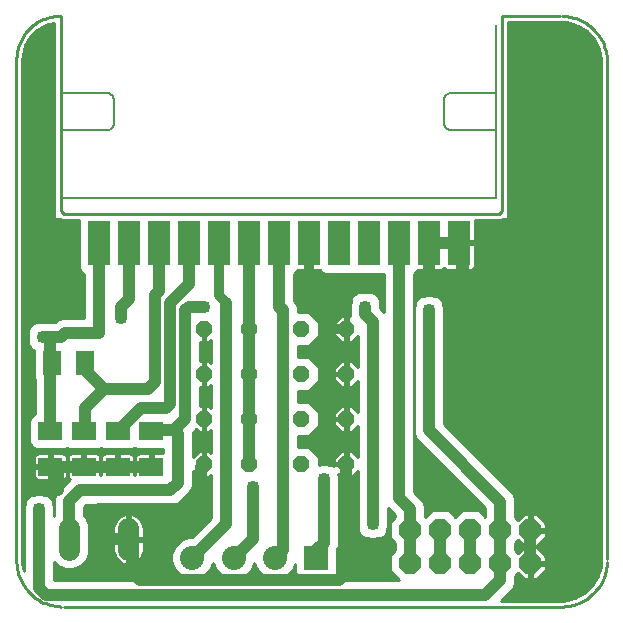
<source format=gtl>
G75*
G70*
%OFA0B0*%
%FSLAX24Y24*%
%IPPOS*%
%LPD*%
%AMOC8*
5,1,8,0,0,1.08239X$1,22.5*
%
%ADD10C,0.0100*%
%ADD11OC8,0.0560*%
%ADD12R,0.0630X0.0787*%
%ADD13C,0.0050*%
%ADD14R,0.0760X0.1500*%
%ADD15R,0.0787X0.0591*%
%ADD16R,0.0800X0.0800*%
%ADD17C,0.0800*%
%ADD18OC8,0.0740*%
%ADD19C,0.0705*%
%ADD20C,0.0400*%
%ADD21R,0.0356X0.0356*%
%ADD22C,0.0320*%
%ADD23C,0.0356*%
D10*
X001522Y002030D02*
X001473Y002263D01*
X001472Y002384D01*
X001472Y002448D01*
X001477Y002525D01*
X001472Y002530D01*
X001472Y018957D01*
X001473Y018958D01*
X001472Y019039D01*
X001472Y019042D01*
X001480Y019208D01*
X001563Y019532D01*
X001729Y019822D01*
X001965Y020058D01*
X002255Y020223D01*
X002527Y020293D01*
X002527Y013762D01*
X002721Y013762D01*
X002764Y013720D01*
X003342Y013720D01*
X003342Y012144D01*
X003388Y012034D01*
X003472Y011950D01*
X003522Y011929D01*
X003522Y010454D01*
X002798Y010454D01*
X002614Y010378D01*
X002565Y010329D01*
X002048Y010329D01*
X001995Y010307D01*
X001909Y010307D01*
X001799Y010262D01*
X001715Y010177D01*
X001669Y010067D01*
X001669Y009981D01*
X001647Y009929D01*
X001647Y009730D01*
X001669Y009677D01*
X001669Y009591D01*
X001715Y009481D01*
X001799Y009397D01*
X001856Y009373D01*
X001856Y008482D01*
X001897Y008383D01*
X001897Y007246D01*
X001833Y007219D01*
X001749Y007135D01*
X001703Y007025D01*
X001703Y006315D01*
X001749Y006204D01*
X001833Y006120D01*
X001944Y006074D01*
X002850Y006074D01*
X002960Y006120D01*
X003069Y006074D01*
X003975Y006074D01*
X004085Y006120D01*
X004194Y006074D01*
X005100Y006074D01*
X005210Y006120D01*
X005319Y006074D01*
X006147Y006074D01*
X006147Y005934D01*
X005822Y005934D01*
X005822Y005539D01*
X005722Y005539D01*
X005722Y005934D01*
X005359Y005934D01*
X005320Y005924D01*
X005286Y005904D01*
X005258Y005876D01*
X005239Y005842D01*
X005228Y005804D01*
X005228Y005539D01*
X005722Y005539D01*
X005722Y005439D01*
X005228Y005439D01*
X005228Y005204D01*
X005191Y005204D01*
X005191Y005439D01*
X004697Y005439D01*
X004697Y005539D01*
X004597Y005539D01*
X004597Y005934D01*
X004234Y005934D01*
X004195Y005924D01*
X004161Y005904D01*
X004133Y005876D01*
X004114Y005842D01*
X004103Y005804D01*
X004103Y005539D01*
X004597Y005539D01*
X004597Y005439D01*
X004103Y005439D01*
X004103Y005204D01*
X004066Y005204D01*
X004066Y005439D01*
X003572Y005439D01*
X003572Y005539D01*
X003472Y005539D01*
X003472Y005934D01*
X003109Y005934D01*
X003070Y005924D01*
X003036Y005904D01*
X003008Y005876D01*
X002989Y005842D01*
X002978Y005804D01*
X002978Y005539D01*
X003472Y005539D01*
X003472Y005439D01*
X002978Y005439D01*
X002978Y005174D01*
X002989Y005135D01*
X003008Y005101D01*
X003036Y005073D01*
X003051Y005065D01*
X002973Y004987D01*
X002614Y004628D01*
X002538Y004444D01*
X002538Y003854D01*
X002522Y003839D01*
X002522Y004179D01*
X002500Y004231D01*
X002500Y004317D01*
X002454Y004427D01*
X002370Y004512D01*
X002260Y004557D01*
X002174Y004557D01*
X002122Y004579D01*
X001923Y004579D01*
X001870Y004557D01*
X001784Y004557D01*
X001674Y004512D01*
X001590Y004427D01*
X001544Y004317D01*
X001544Y004231D01*
X001522Y004179D01*
X001522Y002030D01*
X001522Y002110D02*
X001505Y002110D01*
X001522Y002208D02*
X001484Y002208D01*
X001473Y002307D02*
X001522Y002307D01*
X001522Y002405D02*
X001472Y002405D01*
X001475Y002504D02*
X001522Y002504D01*
X001522Y002602D02*
X001472Y002602D01*
X001472Y002701D02*
X001522Y002701D01*
X001522Y002799D02*
X001472Y002799D01*
X001472Y002898D02*
X001522Y002898D01*
X001522Y002996D02*
X001472Y002996D01*
X001472Y003095D02*
X001522Y003095D01*
X001522Y003193D02*
X001472Y003193D01*
X001472Y003292D02*
X001522Y003292D01*
X001522Y003390D02*
X001472Y003390D01*
X001472Y003489D02*
X001522Y003489D01*
X001522Y003587D02*
X001472Y003587D01*
X001472Y003686D02*
X001522Y003686D01*
X001522Y003784D02*
X001472Y003784D01*
X001472Y003883D02*
X001522Y003883D01*
X001522Y003981D02*
X001472Y003981D01*
X001472Y004080D02*
X001522Y004080D01*
X001522Y004178D02*
X001472Y004178D01*
X001472Y004277D02*
X001544Y004277D01*
X001568Y004375D02*
X001472Y004375D01*
X001472Y004474D02*
X001636Y004474D01*
X001472Y004572D02*
X001906Y004572D01*
X002138Y004572D02*
X002591Y004572D01*
X002550Y004474D02*
X002408Y004474D01*
X002476Y004375D02*
X002538Y004375D01*
X002538Y004277D02*
X002500Y004277D01*
X002522Y004178D02*
X002538Y004178D01*
X002538Y004080D02*
X002522Y004080D01*
X002522Y003981D02*
X002538Y003981D01*
X002538Y003883D02*
X002522Y003883D01*
X002656Y004671D02*
X001472Y004671D01*
X001472Y004769D02*
X002755Y004769D01*
X002853Y004868D02*
X001472Y004868D01*
X001472Y004966D02*
X002952Y004966D01*
X002883Y005073D02*
X002911Y005101D01*
X002931Y005135D01*
X002941Y005174D01*
X002941Y005439D01*
X002447Y005439D01*
X002447Y005539D01*
X002347Y005539D01*
X002347Y005934D01*
X001984Y005934D01*
X001945Y005924D01*
X001911Y005904D01*
X001883Y005876D01*
X001864Y005842D01*
X001853Y005804D01*
X001853Y005539D01*
X002347Y005539D01*
X002347Y005439D01*
X001853Y005439D01*
X001853Y005174D01*
X001864Y005135D01*
X001883Y005101D01*
X001911Y005073D01*
X001945Y005054D01*
X001984Y005043D01*
X002347Y005043D01*
X002347Y005439D01*
X002447Y005439D01*
X002447Y005043D01*
X002810Y005043D01*
X002849Y005054D01*
X002883Y005073D01*
X002868Y005065D02*
X003050Y005065D01*
X002981Y005163D02*
X002938Y005163D01*
X002941Y005262D02*
X002978Y005262D01*
X002978Y005360D02*
X002941Y005360D01*
X002941Y005539D02*
X002941Y005804D01*
X002931Y005842D01*
X002911Y005876D01*
X002883Y005904D01*
X002849Y005924D01*
X002810Y005934D01*
X002447Y005934D01*
X002447Y005539D01*
X002941Y005539D01*
X002941Y005557D02*
X002978Y005557D01*
X002978Y005656D02*
X002941Y005656D01*
X002941Y005754D02*
X002978Y005754D01*
X002995Y005853D02*
X002924Y005853D01*
X002447Y005853D02*
X002347Y005853D01*
X002347Y005754D02*
X002447Y005754D01*
X002447Y005656D02*
X002347Y005656D01*
X002347Y005557D02*
X002447Y005557D01*
X002447Y005459D02*
X003472Y005459D01*
X003472Y005557D02*
X003572Y005557D01*
X003572Y005539D02*
X003572Y005934D01*
X003935Y005934D01*
X003974Y005924D01*
X004008Y005904D01*
X004036Y005876D01*
X004056Y005842D01*
X004066Y005804D01*
X004066Y005539D01*
X003572Y005539D01*
X003572Y005459D02*
X004597Y005459D01*
X004597Y005557D02*
X004697Y005557D01*
X004697Y005539D02*
X004697Y005934D01*
X005060Y005934D01*
X005099Y005924D01*
X005133Y005904D01*
X005161Y005876D01*
X005181Y005842D01*
X005191Y005804D01*
X005191Y005539D01*
X004697Y005539D01*
X004697Y005459D02*
X005722Y005459D01*
X005722Y005557D02*
X005822Y005557D01*
X005822Y005656D02*
X005722Y005656D01*
X005722Y005754D02*
X005822Y005754D01*
X005822Y005853D02*
X005722Y005853D01*
X006147Y005951D02*
X001472Y005951D01*
X001472Y005853D02*
X001870Y005853D01*
X001853Y005754D02*
X001472Y005754D01*
X001472Y005656D02*
X001853Y005656D01*
X001853Y005557D02*
X001472Y005557D01*
X001472Y005459D02*
X002347Y005459D01*
X002347Y005360D02*
X002447Y005360D01*
X002447Y005262D02*
X002347Y005262D01*
X002347Y005163D02*
X002447Y005163D01*
X002447Y005065D02*
X002347Y005065D01*
X001926Y005065D02*
X001472Y005065D01*
X001472Y005163D02*
X001856Y005163D01*
X001853Y005262D02*
X001472Y005262D01*
X001472Y005360D02*
X001853Y005360D01*
X001472Y006050D02*
X006147Y006050D01*
X005245Y005853D02*
X005174Y005853D01*
X005191Y005754D02*
X005228Y005754D01*
X005228Y005656D02*
X005191Y005656D01*
X005191Y005557D02*
X005228Y005557D01*
X005228Y005360D02*
X005191Y005360D01*
X005191Y005262D02*
X005228Y005262D01*
X004697Y005656D02*
X004597Y005656D01*
X004597Y005754D02*
X004697Y005754D01*
X004697Y005853D02*
X004597Y005853D01*
X004120Y005853D02*
X004049Y005853D01*
X004066Y005754D02*
X004103Y005754D01*
X004103Y005656D02*
X004066Y005656D01*
X004066Y005557D02*
X004103Y005557D01*
X004103Y005360D02*
X004066Y005360D01*
X004066Y005262D02*
X004103Y005262D01*
X003572Y005656D02*
X003472Y005656D01*
X003472Y005754D02*
X003572Y005754D01*
X003572Y005853D02*
X003472Y005853D01*
X003604Y004204D02*
X006497Y004204D01*
X006680Y004280D01*
X006930Y004530D01*
X007071Y004671D01*
X007147Y004855D01*
X007147Y005346D01*
X007344Y005149D01*
X007482Y005149D01*
X007482Y005539D01*
X007562Y005539D01*
X007562Y005149D01*
X007700Y005149D01*
X007772Y005221D01*
X007772Y003795D01*
X007131Y003154D01*
X006999Y003154D01*
X006742Y003048D01*
X006545Y002851D01*
X006438Y002593D01*
X006438Y002315D01*
X006545Y002058D01*
X006742Y001861D01*
X006999Y001754D01*
X007277Y001754D01*
X007535Y001861D01*
X007732Y002058D01*
X007827Y002288D01*
X007923Y002058D01*
X008120Y001861D01*
X008377Y001754D01*
X008655Y001754D01*
X008913Y001861D01*
X009110Y002058D01*
X009205Y002288D01*
X009301Y002058D01*
X009498Y001861D01*
X009755Y001754D01*
X010033Y001754D01*
X010291Y001861D01*
X010488Y002058D01*
X010572Y002262D01*
X010572Y001994D01*
X010618Y001884D01*
X010702Y001800D01*
X010812Y001754D01*
X011732Y001754D01*
X011842Y001800D01*
X011926Y001884D01*
X011972Y001994D01*
X011972Y002734D01*
X012022Y002855D01*
X012022Y005179D01*
X012000Y005231D01*
X012000Y005243D01*
X012094Y005149D01*
X012232Y005149D01*
X012232Y005539D01*
X012312Y005539D01*
X012312Y005149D01*
X012450Y005149D01*
X012647Y005346D01*
X012647Y003480D01*
X012669Y003427D01*
X012669Y003341D01*
X012715Y003231D01*
X012799Y003147D01*
X012909Y003101D01*
X012995Y003101D01*
X013048Y003079D01*
X013247Y003079D01*
X013299Y003101D01*
X013385Y003101D01*
X013495Y003147D01*
X013579Y003231D01*
X013625Y003341D01*
X013625Y003427D01*
X013647Y003480D01*
X013647Y004122D01*
X013897Y003872D01*
X013897Y003827D01*
X013727Y003657D01*
X013727Y003102D01*
X013897Y002932D01*
X013897Y002727D01*
X013727Y002557D01*
X013727Y002002D01*
X014025Y001704D01*
X002522Y001704D01*
X002522Y002320D01*
X002668Y002173D01*
X002908Y002074D01*
X003168Y002074D01*
X003407Y002173D01*
X003591Y002357D01*
X003690Y002597D01*
X003690Y003561D01*
X003591Y003801D01*
X003538Y003854D01*
X003538Y004138D01*
X003604Y004204D01*
X003578Y004178D02*
X007772Y004178D01*
X007772Y004080D02*
X003538Y004080D01*
X003538Y003981D02*
X007772Y003981D01*
X007772Y003883D02*
X005228Y003883D01*
X005199Y003897D02*
X005124Y003922D01*
X005056Y003932D01*
X005056Y003129D01*
X004956Y003129D01*
X004956Y003029D01*
X004504Y003029D01*
X004504Y002687D01*
X004516Y002609D01*
X004541Y002534D01*
X004577Y002463D01*
X004623Y002399D01*
X004679Y002343D01*
X004743Y002297D01*
X004813Y002261D01*
X004889Y002237D01*
X004956Y002226D01*
X004956Y003029D01*
X005056Y003029D01*
X005056Y002226D01*
X005124Y002237D01*
X005199Y002261D01*
X005270Y002297D01*
X005334Y002343D01*
X005390Y002399D01*
X005436Y002463D01*
X005472Y002534D01*
X005496Y002609D01*
X005509Y002687D01*
X005509Y003029D01*
X005056Y003029D01*
X005056Y003129D01*
X005509Y003129D01*
X005509Y003471D01*
X005496Y003549D01*
X005472Y003625D01*
X005436Y003695D01*
X005390Y003759D01*
X005334Y003815D01*
X005270Y003861D01*
X005199Y003897D01*
X005056Y003883D02*
X004956Y003883D01*
X004956Y003932D02*
X004889Y003922D01*
X004813Y003897D01*
X004743Y003861D01*
X004679Y003815D01*
X004623Y003759D01*
X004577Y003695D01*
X004541Y003625D01*
X004516Y003549D01*
X004504Y003471D01*
X004504Y003129D01*
X004956Y003129D01*
X004956Y003932D01*
X004956Y003784D02*
X005056Y003784D01*
X005056Y003686D02*
X004956Y003686D01*
X004956Y003587D02*
X005056Y003587D01*
X005056Y003489D02*
X004956Y003489D01*
X004956Y003390D02*
X005056Y003390D01*
X005056Y003292D02*
X004956Y003292D01*
X004956Y003193D02*
X005056Y003193D01*
X005056Y003095D02*
X006855Y003095D01*
X006690Y002996D02*
X005509Y002996D01*
X005509Y002898D02*
X006592Y002898D01*
X006523Y002799D02*
X005509Y002799D01*
X005509Y002701D02*
X006483Y002701D01*
X006442Y002602D02*
X005494Y002602D01*
X005457Y002504D02*
X006438Y002504D01*
X006438Y002405D02*
X005394Y002405D01*
X005283Y002307D02*
X006442Y002307D01*
X006482Y002208D02*
X003442Y002208D01*
X003541Y002307D02*
X004729Y002307D01*
X004619Y002405D02*
X003611Y002405D01*
X003652Y002504D02*
X004556Y002504D01*
X004518Y002602D02*
X003690Y002602D01*
X003690Y002701D02*
X004504Y002701D01*
X004504Y002799D02*
X003690Y002799D01*
X003690Y002898D02*
X004504Y002898D01*
X004504Y002996D02*
X003690Y002996D01*
X003690Y003095D02*
X004956Y003095D01*
X004956Y002996D02*
X005056Y002996D01*
X005056Y002898D02*
X004956Y002898D01*
X004956Y002799D02*
X005056Y002799D01*
X005056Y002701D02*
X004956Y002701D01*
X004956Y002602D02*
X005056Y002602D01*
X005056Y002504D02*
X004956Y002504D01*
X004956Y002405D02*
X005056Y002405D01*
X005056Y002307D02*
X004956Y002307D01*
X004504Y003193D02*
X003690Y003193D01*
X003690Y003292D02*
X004504Y003292D01*
X004504Y003390D02*
X003690Y003390D01*
X003690Y003489D02*
X004507Y003489D01*
X004528Y003587D02*
X003680Y003587D01*
X003639Y003686D02*
X004572Y003686D01*
X004648Y003784D02*
X003598Y003784D01*
X003538Y003883D02*
X004785Y003883D01*
X005364Y003784D02*
X007761Y003784D01*
X007663Y003686D02*
X005441Y003686D01*
X005484Y003587D02*
X007564Y003587D01*
X007466Y003489D02*
X005506Y003489D01*
X005509Y003390D02*
X007367Y003390D01*
X007269Y003292D02*
X005509Y003292D01*
X005509Y003193D02*
X007170Y003193D01*
X007794Y002208D02*
X007860Y002208D01*
X007901Y002110D02*
X007753Y002110D01*
X007685Y002011D02*
X007969Y002011D01*
X008068Y001913D02*
X007587Y001913D01*
X007422Y001814D02*
X008232Y001814D01*
X008800Y001814D02*
X009610Y001814D01*
X009446Y001913D02*
X008965Y001913D01*
X009063Y002011D02*
X009347Y002011D01*
X009279Y002110D02*
X009131Y002110D01*
X009172Y002208D02*
X009238Y002208D01*
X010178Y001814D02*
X010688Y001814D01*
X010606Y001913D02*
X010343Y001913D01*
X010441Y002011D02*
X010572Y002011D01*
X010572Y002110D02*
X010509Y002110D01*
X010550Y002208D02*
X010572Y002208D01*
X011856Y001814D02*
X013915Y001814D01*
X014013Y001716D02*
X002522Y001716D01*
X002522Y001814D02*
X006854Y001814D01*
X006690Y001913D02*
X002522Y001913D01*
X002522Y002011D02*
X006591Y002011D01*
X006523Y002110D02*
X003253Y002110D01*
X002822Y002110D02*
X002522Y002110D01*
X002522Y002208D02*
X002634Y002208D01*
X002535Y002307D02*
X002522Y002307D01*
X001272Y002454D02*
X001269Y002377D01*
X001270Y002300D01*
X001275Y002223D01*
X001284Y002146D01*
X001297Y002070D01*
X001313Y001995D01*
X001334Y001920D01*
X001358Y001847D01*
X001386Y001775D01*
X001417Y001704D01*
X001452Y001635D01*
X001490Y001568D01*
X001532Y001503D01*
X001576Y001440D01*
X001624Y001380D01*
X001675Y001322D01*
X001729Y001266D01*
X001786Y001214D01*
X001845Y001164D01*
X001906Y001118D01*
X001970Y001074D01*
X002036Y001034D01*
X002104Y000997D01*
X002173Y000964D01*
X002244Y000934D01*
X002317Y000907D01*
X002391Y000885D01*
X002466Y000866D01*
X002541Y000851D01*
X002618Y000840D01*
X002695Y000833D01*
X002772Y000829D01*
X002847Y000829D02*
X019332Y000829D01*
X019382Y000829D01*
X019402Y001029D02*
X019338Y001029D01*
X019262Y001034D01*
X019256Y001029D01*
X017429Y001029D01*
X017821Y001421D01*
X017897Y001605D01*
X017897Y001804D01*
X017897Y001832D01*
X018003Y001938D01*
X018182Y001759D01*
X018347Y001759D01*
X018347Y002229D01*
X018447Y002229D01*
X018447Y001759D01*
X018612Y001759D01*
X018917Y002064D01*
X018917Y002229D01*
X018447Y002229D01*
X018447Y002329D01*
X018917Y002329D01*
X018917Y002495D01*
X018612Y002799D01*
X018447Y002799D01*
X018447Y002329D01*
X018347Y002329D01*
X018347Y002799D01*
X018182Y002799D01*
X018003Y002621D01*
X017897Y002727D01*
X017897Y002932D01*
X018003Y003038D01*
X018182Y002859D01*
X018347Y002859D01*
X018347Y003329D01*
X018447Y003329D01*
X018447Y002859D01*
X018612Y002859D01*
X018917Y003164D01*
X018917Y003329D01*
X018447Y003329D01*
X018447Y003429D01*
X018917Y003429D01*
X018917Y003595D01*
X018612Y003899D01*
X018447Y003899D01*
X018447Y003429D01*
X018347Y003429D01*
X018347Y003899D01*
X018182Y003899D01*
X018003Y003721D01*
X017897Y003827D01*
X017897Y004429D01*
X017821Y004612D01*
X017680Y004753D01*
X015522Y006911D01*
X015522Y010804D01*
X015500Y010856D01*
X015500Y010942D01*
X015454Y011052D01*
X015370Y011137D01*
X015260Y011182D01*
X015174Y011182D01*
X015122Y011204D01*
X014923Y011204D01*
X014870Y011182D01*
X014784Y011182D01*
X014674Y011137D01*
X014590Y011052D01*
X014544Y010942D01*
X014544Y010856D01*
X014522Y010804D01*
X014522Y006605D01*
X014598Y006421D01*
X016897Y004122D01*
X016897Y003827D01*
X016675Y004049D01*
X016120Y004049D01*
X015897Y003827D01*
X015675Y004049D01*
X015120Y004049D01*
X014897Y003827D01*
X014897Y004179D01*
X014821Y004362D01*
X014522Y004661D01*
X014522Y011929D01*
X014572Y011950D01*
X014656Y012034D01*
X014665Y012054D01*
X014972Y012054D01*
X014972Y012904D01*
X015072Y012904D01*
X015072Y012054D01*
X015422Y012054D01*
X015460Y012064D01*
X015494Y012084D01*
X015522Y012112D01*
X015550Y012084D01*
X015584Y012064D01*
X015622Y012054D01*
X015972Y012054D01*
X015972Y012904D01*
X016072Y012904D01*
X016072Y012054D01*
X016422Y012054D01*
X016460Y012064D01*
X016494Y012084D01*
X016522Y012112D01*
X016542Y012146D01*
X016552Y012184D01*
X016552Y012904D01*
X016072Y012904D01*
X016072Y013004D01*
X016552Y013004D01*
X016552Y013720D01*
X017447Y013720D01*
X017490Y013762D01*
X017645Y013762D01*
X017645Y013917D01*
X017663Y013935D01*
X017663Y020314D01*
X019454Y020314D01*
X019631Y020299D01*
X019974Y020197D01*
X020277Y020009D01*
X020519Y019747D01*
X020683Y019429D01*
X020756Y019080D01*
X020757Y018959D01*
X020757Y018895D01*
X020752Y018819D01*
X020757Y018813D01*
X020757Y002333D01*
X020742Y002155D01*
X020640Y001813D01*
X020452Y001509D01*
X020189Y001267D01*
X019872Y001104D01*
X019523Y001030D01*
X019402Y001029D01*
X019913Y001125D02*
X017525Y001125D01*
X017623Y001223D02*
X020104Y001223D01*
X020248Y001322D02*
X017722Y001322D01*
X017820Y001420D02*
X020355Y001420D01*
X020457Y001519D02*
X017861Y001519D01*
X017897Y001617D02*
X020519Y001617D01*
X020580Y001716D02*
X017897Y001716D01*
X017897Y001814D02*
X018127Y001814D01*
X018028Y001913D02*
X017978Y001913D01*
X018347Y001913D02*
X018447Y001913D01*
X018447Y002011D02*
X018347Y002011D01*
X018347Y002110D02*
X018447Y002110D01*
X018447Y002208D02*
X018347Y002208D01*
X018447Y002307D02*
X020755Y002307D01*
X020757Y002405D02*
X018917Y002405D01*
X018908Y002504D02*
X020757Y002504D01*
X020757Y002602D02*
X018809Y002602D01*
X018711Y002701D02*
X020757Y002701D01*
X020757Y002799D02*
X017897Y002799D01*
X017897Y002898D02*
X018143Y002898D01*
X018045Y002996D02*
X017962Y002996D01*
X017923Y002701D02*
X018083Y002701D01*
X018347Y002701D02*
X018447Y002701D01*
X018447Y002602D02*
X018347Y002602D01*
X018347Y002504D02*
X018447Y002504D01*
X018447Y002405D02*
X018347Y002405D01*
X018347Y001814D02*
X018447Y001814D01*
X018667Y001814D02*
X020641Y001814D01*
X020670Y001913D02*
X018766Y001913D01*
X018864Y002011D02*
X020699Y002011D01*
X020728Y002110D02*
X018917Y002110D01*
X018917Y002208D02*
X020746Y002208D01*
X020957Y002404D02*
X020957Y018889D01*
X020957Y018939D01*
X020757Y018953D02*
X017663Y018953D01*
X017663Y018855D02*
X020755Y018855D01*
X020757Y018756D02*
X017663Y018756D01*
X017663Y018658D02*
X020757Y018658D01*
X020757Y018559D02*
X017663Y018559D01*
X017663Y018461D02*
X020757Y018461D01*
X020757Y018362D02*
X017663Y018362D01*
X017663Y018264D02*
X020757Y018264D01*
X020757Y018165D02*
X017663Y018165D01*
X017663Y018067D02*
X020757Y018067D01*
X020757Y017968D02*
X017663Y017968D01*
X017663Y017870D02*
X020757Y017870D01*
X020757Y017771D02*
X017663Y017771D01*
X017663Y017673D02*
X020757Y017673D01*
X020757Y017574D02*
X017663Y017574D01*
X017663Y017476D02*
X020757Y017476D01*
X020757Y017377D02*
X017663Y017377D01*
X017663Y017279D02*
X020757Y017279D01*
X020757Y017180D02*
X017663Y017180D01*
X017663Y017082D02*
X020757Y017082D01*
X020757Y016983D02*
X017663Y016983D01*
X017663Y016885D02*
X020757Y016885D01*
X020757Y016786D02*
X017663Y016786D01*
X017663Y016688D02*
X020757Y016688D01*
X020757Y016589D02*
X017663Y016589D01*
X017663Y016491D02*
X020757Y016491D01*
X020757Y016392D02*
X017663Y016392D01*
X017663Y016294D02*
X020757Y016294D01*
X020757Y016195D02*
X017663Y016195D01*
X017663Y016097D02*
X020757Y016097D01*
X020757Y015998D02*
X017663Y015998D01*
X017663Y015900D02*
X020757Y015900D01*
X020757Y015801D02*
X017663Y015801D01*
X017663Y015703D02*
X020757Y015703D01*
X020757Y015604D02*
X017663Y015604D01*
X017663Y015506D02*
X020757Y015506D01*
X020757Y015407D02*
X017663Y015407D01*
X017663Y015309D02*
X020757Y015309D01*
X020757Y015210D02*
X017663Y015210D01*
X017663Y015112D02*
X020757Y015112D01*
X020757Y015013D02*
X017663Y015013D01*
X017663Y014915D02*
X020757Y014915D01*
X020757Y014816D02*
X017663Y014816D01*
X017663Y014718D02*
X020757Y014718D01*
X020757Y014619D02*
X017663Y014619D01*
X017663Y014521D02*
X020757Y014521D01*
X020757Y014422D02*
X017663Y014422D01*
X017663Y014324D02*
X020757Y014324D01*
X020757Y014225D02*
X017663Y014225D01*
X017663Y014127D02*
X020757Y014127D01*
X020757Y014028D02*
X017663Y014028D01*
X017657Y013930D02*
X020757Y013930D01*
X020757Y013831D02*
X017645Y013831D01*
X017460Y013733D02*
X020757Y013733D01*
X020757Y013634D02*
X016552Y013634D01*
X016552Y013536D02*
X020757Y013536D01*
X020757Y013437D02*
X016552Y013437D01*
X016552Y013339D02*
X020757Y013339D01*
X020757Y013240D02*
X016552Y013240D01*
X016552Y013142D02*
X020757Y013142D01*
X020757Y013043D02*
X016552Y013043D01*
X016552Y012846D02*
X020757Y012846D01*
X020757Y012748D02*
X016552Y012748D01*
X016552Y012649D02*
X020757Y012649D01*
X020757Y012551D02*
X016552Y012551D01*
X016552Y012452D02*
X020757Y012452D01*
X020757Y012354D02*
X016552Y012354D01*
X016552Y012255D02*
X020757Y012255D01*
X020757Y012157D02*
X016545Y012157D01*
X016437Y012058D02*
X020757Y012058D01*
X020757Y011960D02*
X014582Y011960D01*
X014522Y011861D02*
X020757Y011861D01*
X020757Y011763D02*
X014522Y011763D01*
X014522Y011664D02*
X020757Y011664D01*
X020757Y011566D02*
X014522Y011566D01*
X014522Y011467D02*
X020757Y011467D01*
X020757Y011369D02*
X014522Y011369D01*
X014522Y011270D02*
X020757Y011270D01*
X020757Y011172D02*
X015285Y011172D01*
X015434Y011073D02*
X020757Y011073D01*
X020757Y010975D02*
X015487Y010975D01*
X015500Y010876D02*
X020757Y010876D01*
X020757Y010778D02*
X015522Y010778D01*
X015522Y010679D02*
X020757Y010679D01*
X020757Y010581D02*
X015522Y010581D01*
X015522Y010482D02*
X020757Y010482D01*
X020757Y010384D02*
X015522Y010384D01*
X015522Y010285D02*
X020757Y010285D01*
X020757Y010187D02*
X015522Y010187D01*
X015522Y010088D02*
X020757Y010088D01*
X020757Y009990D02*
X015522Y009990D01*
X015522Y009891D02*
X020757Y009891D01*
X020757Y009793D02*
X015522Y009793D01*
X015522Y009694D02*
X020757Y009694D01*
X020757Y009596D02*
X015522Y009596D01*
X015522Y009497D02*
X020757Y009497D01*
X020757Y009399D02*
X015522Y009399D01*
X015522Y009300D02*
X020757Y009300D01*
X020757Y009202D02*
X015522Y009202D01*
X015522Y009103D02*
X020757Y009103D01*
X020757Y009005D02*
X015522Y009005D01*
X015522Y008906D02*
X020757Y008906D01*
X020757Y008808D02*
X015522Y008808D01*
X015522Y008709D02*
X020757Y008709D01*
X020757Y008611D02*
X015522Y008611D01*
X015522Y008512D02*
X020757Y008512D01*
X020757Y008414D02*
X015522Y008414D01*
X015522Y008315D02*
X020757Y008315D01*
X020757Y008217D02*
X015522Y008217D01*
X015522Y008118D02*
X020757Y008118D01*
X020757Y008020D02*
X015522Y008020D01*
X015522Y007921D02*
X020757Y007921D01*
X020757Y007823D02*
X015522Y007823D01*
X015522Y007724D02*
X020757Y007724D01*
X020757Y007626D02*
X015522Y007626D01*
X015522Y007527D02*
X020757Y007527D01*
X020757Y007429D02*
X015522Y007429D01*
X015522Y007330D02*
X020757Y007330D01*
X020757Y007232D02*
X015522Y007232D01*
X015522Y007133D02*
X020757Y007133D01*
X020757Y007035D02*
X015522Y007035D01*
X015522Y006936D02*
X020757Y006936D01*
X020757Y006838D02*
X015596Y006838D01*
X015694Y006739D02*
X020757Y006739D01*
X020757Y006641D02*
X015793Y006641D01*
X015891Y006542D02*
X020757Y006542D01*
X020757Y006444D02*
X015990Y006444D01*
X016088Y006345D02*
X020757Y006345D01*
X020757Y006247D02*
X016187Y006247D01*
X016285Y006148D02*
X020757Y006148D01*
X020757Y006050D02*
X016384Y006050D01*
X016482Y005951D02*
X020757Y005951D01*
X020757Y005853D02*
X016581Y005853D01*
X016679Y005754D02*
X020757Y005754D01*
X020757Y005656D02*
X016778Y005656D01*
X016876Y005557D02*
X020757Y005557D01*
X020757Y005459D02*
X016975Y005459D01*
X017073Y005360D02*
X020757Y005360D01*
X020757Y005262D02*
X017172Y005262D01*
X017270Y005163D02*
X020757Y005163D01*
X020757Y005065D02*
X017369Y005065D01*
X017467Y004966D02*
X020757Y004966D01*
X020757Y004868D02*
X017566Y004868D01*
X017664Y004769D02*
X020757Y004769D01*
X020757Y004671D02*
X017763Y004671D01*
X017838Y004572D02*
X020757Y004572D01*
X020757Y004474D02*
X017878Y004474D01*
X017897Y004375D02*
X020757Y004375D01*
X020757Y004277D02*
X017897Y004277D01*
X017897Y004178D02*
X020757Y004178D01*
X020757Y004080D02*
X017897Y004080D01*
X017897Y003981D02*
X020757Y003981D01*
X020757Y003883D02*
X018629Y003883D01*
X018727Y003784D02*
X020757Y003784D01*
X020757Y003686D02*
X018826Y003686D01*
X018917Y003587D02*
X020757Y003587D01*
X020757Y003489D02*
X018917Y003489D01*
X018917Y003292D02*
X020757Y003292D01*
X020757Y003390D02*
X018447Y003390D01*
X018447Y003292D02*
X018347Y003292D01*
X018347Y003193D02*
X018447Y003193D01*
X018447Y003095D02*
X018347Y003095D01*
X018347Y002996D02*
X018447Y002996D01*
X018447Y002898D02*
X018347Y002898D01*
X018651Y002898D02*
X020757Y002898D01*
X020757Y002996D02*
X018749Y002996D01*
X018848Y003095D02*
X020757Y003095D01*
X020757Y003193D02*
X018917Y003193D01*
X018447Y003489D02*
X018347Y003489D01*
X018347Y003587D02*
X018447Y003587D01*
X018447Y003686D02*
X018347Y003686D01*
X018347Y003784D02*
X018447Y003784D01*
X018447Y003883D02*
X018347Y003883D01*
X018165Y003883D02*
X017897Y003883D01*
X017940Y003784D02*
X018067Y003784D01*
X016897Y003883D02*
X016841Y003883D01*
X016897Y003981D02*
X016743Y003981D01*
X016897Y004080D02*
X014897Y004080D01*
X014897Y004178D02*
X016841Y004178D01*
X016742Y004277D02*
X014856Y004277D01*
X014808Y004375D02*
X016644Y004375D01*
X016545Y004474D02*
X014710Y004474D01*
X014611Y004572D02*
X016447Y004572D01*
X016348Y004671D02*
X014522Y004671D01*
X014522Y004769D02*
X016250Y004769D01*
X016151Y004868D02*
X014522Y004868D01*
X014522Y004966D02*
X016053Y004966D01*
X015954Y005065D02*
X014522Y005065D01*
X014522Y005163D02*
X015856Y005163D01*
X015757Y005262D02*
X014522Y005262D01*
X014522Y005360D02*
X015659Y005360D01*
X015560Y005459D02*
X014522Y005459D01*
X014522Y005557D02*
X015462Y005557D01*
X015363Y005656D02*
X014522Y005656D01*
X014522Y005754D02*
X015265Y005754D01*
X015166Y005853D02*
X014522Y005853D01*
X014522Y005951D02*
X015068Y005951D01*
X014969Y006050D02*
X014522Y006050D01*
X014522Y006148D02*
X014871Y006148D01*
X014772Y006247D02*
X014522Y006247D01*
X014522Y006345D02*
X014674Y006345D01*
X014589Y006444D02*
X014522Y006444D01*
X014522Y006542D02*
X014548Y006542D01*
X014522Y006641D02*
X014522Y006641D01*
X014522Y006739D02*
X014522Y006739D01*
X014522Y006838D02*
X014522Y006838D01*
X014522Y006936D02*
X014522Y006936D01*
X014522Y007035D02*
X014522Y007035D01*
X014522Y007133D02*
X014522Y007133D01*
X014522Y007232D02*
X014522Y007232D01*
X014522Y007330D02*
X014522Y007330D01*
X014522Y007429D02*
X014522Y007429D01*
X014522Y007527D02*
X014522Y007527D01*
X014522Y007626D02*
X014522Y007626D01*
X014522Y007724D02*
X014522Y007724D01*
X014522Y007823D02*
X014522Y007823D01*
X014522Y007921D02*
X014522Y007921D01*
X014522Y008020D02*
X014522Y008020D01*
X014522Y008118D02*
X014522Y008118D01*
X014522Y008217D02*
X014522Y008217D01*
X014522Y008315D02*
X014522Y008315D01*
X014522Y008414D02*
X014522Y008414D01*
X014522Y008512D02*
X014522Y008512D01*
X014522Y008611D02*
X014522Y008611D01*
X014522Y008709D02*
X014522Y008709D01*
X014522Y008808D02*
X014522Y008808D01*
X014522Y008906D02*
X014522Y008906D01*
X014522Y009005D02*
X014522Y009005D01*
X014522Y009103D02*
X014522Y009103D01*
X014522Y009202D02*
X014522Y009202D01*
X014522Y009300D02*
X014522Y009300D01*
X014522Y009399D02*
X014522Y009399D01*
X014522Y009497D02*
X014522Y009497D01*
X014522Y009596D02*
X014522Y009596D01*
X014522Y009694D02*
X014522Y009694D01*
X014522Y009793D02*
X014522Y009793D01*
X014522Y009891D02*
X014522Y009891D01*
X014522Y009990D02*
X014522Y009990D01*
X014522Y010088D02*
X014522Y010088D01*
X014522Y010187D02*
X014522Y010187D01*
X014522Y010285D02*
X014522Y010285D01*
X014522Y010384D02*
X014522Y010384D01*
X014522Y010482D02*
X014522Y010482D01*
X014522Y010581D02*
X014522Y010581D01*
X014522Y010679D02*
X014522Y010679D01*
X014522Y010778D02*
X014522Y010778D01*
X014522Y010876D02*
X014544Y010876D01*
X014557Y010975D02*
X014522Y010975D01*
X014522Y011073D02*
X014611Y011073D01*
X014522Y011172D02*
X014759Y011172D01*
X014972Y012058D02*
X015072Y012058D01*
X015072Y012157D02*
X014972Y012157D01*
X014972Y012255D02*
X015072Y012255D01*
X015072Y012354D02*
X014972Y012354D01*
X014972Y012452D02*
X015072Y012452D01*
X015072Y012551D02*
X014972Y012551D01*
X014972Y012649D02*
X015072Y012649D01*
X015072Y012748D02*
X014972Y012748D01*
X014972Y012846D02*
X015072Y012846D01*
X015072Y012904D02*
X015072Y013004D01*
X015972Y013004D01*
X015972Y012904D01*
X015492Y012904D01*
X015072Y012904D01*
X015072Y012945D02*
X015972Y012945D01*
X015972Y012846D02*
X016072Y012846D01*
X016072Y012748D02*
X015972Y012748D01*
X015972Y012649D02*
X016072Y012649D01*
X016072Y012551D02*
X015972Y012551D01*
X015972Y012452D02*
X016072Y012452D01*
X016072Y012354D02*
X015972Y012354D01*
X015972Y012255D02*
X016072Y012255D01*
X016072Y012157D02*
X015972Y012157D01*
X015972Y012058D02*
X016072Y012058D01*
X015607Y012058D02*
X015437Y012058D01*
X016072Y012945D02*
X020757Y012945D01*
X017463Y014018D02*
X017463Y020514D01*
X019382Y020514D01*
X019851Y020234D02*
X017663Y020234D01*
X017663Y020135D02*
X020074Y020135D01*
X020232Y020037D02*
X017663Y020037D01*
X017663Y019938D02*
X020342Y019938D01*
X020433Y019840D02*
X017663Y019840D01*
X017663Y019741D02*
X020522Y019741D01*
X020573Y019643D02*
X017663Y019643D01*
X017663Y019544D02*
X020623Y019544D01*
X020674Y019446D02*
X017663Y019446D01*
X017663Y019347D02*
X020700Y019347D01*
X020721Y019249D02*
X017663Y019249D01*
X017663Y019150D02*
X020742Y019150D01*
X020756Y019052D02*
X017663Y019052D01*
X019457Y020514D02*
X019534Y020510D01*
X019611Y020503D01*
X019688Y020492D01*
X019763Y020477D01*
X019838Y020458D01*
X019912Y020436D01*
X019985Y020409D01*
X020056Y020379D01*
X020125Y020346D01*
X020193Y020309D01*
X020259Y020269D01*
X020323Y020225D01*
X020384Y020179D01*
X020443Y020129D01*
X020500Y020077D01*
X020554Y020021D01*
X020605Y019963D01*
X020653Y019903D01*
X020697Y019840D01*
X020739Y019775D01*
X020777Y019708D01*
X020812Y019639D01*
X020843Y019568D01*
X020871Y019496D01*
X020895Y019423D01*
X020916Y019348D01*
X020932Y019273D01*
X020945Y019197D01*
X020954Y019120D01*
X020959Y019043D01*
X020960Y018966D01*
X020957Y018889D01*
X017463Y014018D02*
X017365Y013920D01*
X002847Y013920D01*
X002748Y014018D01*
X002748Y020514D01*
X002527Y020234D02*
X002296Y020234D01*
X002101Y020135D02*
X002527Y020135D01*
X002527Y020037D02*
X001944Y020037D01*
X001845Y019938D02*
X002527Y019938D01*
X002527Y019840D02*
X001747Y019840D01*
X001683Y019741D02*
X002527Y019741D01*
X002527Y019643D02*
X001627Y019643D01*
X001570Y019544D02*
X002527Y019544D01*
X002527Y019446D02*
X001541Y019446D01*
X001516Y019347D02*
X002527Y019347D01*
X002527Y019249D02*
X001491Y019249D01*
X001477Y019150D02*
X002527Y019150D01*
X002527Y019052D02*
X001473Y019052D01*
X001472Y018953D02*
X002527Y018953D01*
X002527Y018855D02*
X001472Y018855D01*
X001472Y018756D02*
X002527Y018756D01*
X002527Y018658D02*
X001472Y018658D01*
X001472Y018559D02*
X002527Y018559D01*
X002527Y018461D02*
X001472Y018461D01*
X001472Y018362D02*
X002527Y018362D01*
X002527Y018264D02*
X001472Y018264D01*
X001472Y018165D02*
X002527Y018165D01*
X002527Y018067D02*
X001472Y018067D01*
X001472Y017968D02*
X002527Y017968D01*
X002527Y017870D02*
X001472Y017870D01*
X001472Y017771D02*
X002527Y017771D01*
X002527Y017673D02*
X001472Y017673D01*
X001472Y017574D02*
X002527Y017574D01*
X002527Y017476D02*
X001472Y017476D01*
X001472Y017377D02*
X002527Y017377D01*
X002527Y017279D02*
X001472Y017279D01*
X001472Y017180D02*
X002527Y017180D01*
X002527Y017082D02*
X001472Y017082D01*
X001472Y016983D02*
X002527Y016983D01*
X002527Y016885D02*
X001472Y016885D01*
X001472Y016786D02*
X002527Y016786D01*
X002527Y016688D02*
X001472Y016688D01*
X001472Y016589D02*
X002527Y016589D01*
X002527Y016491D02*
X001472Y016491D01*
X001472Y016392D02*
X002527Y016392D01*
X002527Y016294D02*
X001472Y016294D01*
X001472Y016195D02*
X002527Y016195D01*
X002527Y016097D02*
X001472Y016097D01*
X001472Y015998D02*
X002527Y015998D01*
X002527Y015900D02*
X001472Y015900D01*
X001472Y015801D02*
X002527Y015801D01*
X002527Y015703D02*
X001472Y015703D01*
X001472Y015604D02*
X002527Y015604D01*
X002527Y015506D02*
X001472Y015506D01*
X001472Y015407D02*
X002527Y015407D01*
X002527Y015309D02*
X001472Y015309D01*
X001472Y015210D02*
X002527Y015210D01*
X002527Y015112D02*
X001472Y015112D01*
X001472Y015013D02*
X002527Y015013D01*
X002527Y014915D02*
X001472Y014915D01*
X001472Y014816D02*
X002527Y014816D01*
X002527Y014718D02*
X001472Y014718D01*
X001472Y014619D02*
X002527Y014619D01*
X002527Y014521D02*
X001472Y014521D01*
X001472Y014422D02*
X002527Y014422D01*
X002527Y014324D02*
X001472Y014324D01*
X001472Y014225D02*
X002527Y014225D01*
X002527Y014127D02*
X001472Y014127D01*
X001472Y014028D02*
X002527Y014028D01*
X002527Y013930D02*
X001472Y013930D01*
X001472Y013831D02*
X002527Y013831D01*
X002751Y013733D02*
X001472Y013733D01*
X001472Y013634D02*
X003342Y013634D01*
X003342Y013536D02*
X001472Y013536D01*
X001472Y013437D02*
X003342Y013437D01*
X003342Y013339D02*
X001472Y013339D01*
X001472Y013240D02*
X003342Y013240D01*
X003342Y013142D02*
X001472Y013142D01*
X001472Y013043D02*
X003342Y013043D01*
X003342Y012945D02*
X001472Y012945D01*
X001472Y012846D02*
X003342Y012846D01*
X003342Y012748D02*
X001472Y012748D01*
X001472Y012649D02*
X003342Y012649D01*
X003342Y012551D02*
X001472Y012551D01*
X001472Y012452D02*
X003342Y012452D01*
X003342Y012354D02*
X001472Y012354D01*
X001472Y012255D02*
X003342Y012255D01*
X003342Y012157D02*
X001472Y012157D01*
X001472Y012058D02*
X003378Y012058D01*
X003462Y011960D02*
X001472Y011960D01*
X001472Y011861D02*
X003522Y011861D01*
X003522Y011763D02*
X001472Y011763D01*
X001472Y011664D02*
X003522Y011664D01*
X003522Y011566D02*
X001472Y011566D01*
X001472Y011467D02*
X003522Y011467D01*
X003522Y011369D02*
X001472Y011369D01*
X001472Y011270D02*
X003522Y011270D01*
X003522Y011172D02*
X001472Y011172D01*
X001472Y011073D02*
X003522Y011073D01*
X003522Y010975D02*
X001472Y010975D01*
X001472Y010876D02*
X003522Y010876D01*
X003522Y010778D02*
X001472Y010778D01*
X001472Y010679D02*
X003522Y010679D01*
X003522Y010581D02*
X001472Y010581D01*
X001472Y010482D02*
X003522Y010482D01*
X002627Y010384D02*
X001472Y010384D01*
X001472Y010285D02*
X001856Y010285D01*
X001724Y010187D02*
X001472Y010187D01*
X001472Y010088D02*
X001678Y010088D01*
X001669Y009990D02*
X001472Y009990D01*
X001472Y009891D02*
X001647Y009891D01*
X001647Y009793D02*
X001472Y009793D01*
X001472Y009694D02*
X001662Y009694D01*
X001669Y009596D02*
X001472Y009596D01*
X001472Y009497D02*
X001708Y009497D01*
X001797Y009399D02*
X001472Y009399D01*
X001472Y009300D02*
X001856Y009300D01*
X001856Y009202D02*
X001472Y009202D01*
X001472Y009103D02*
X001856Y009103D01*
X001856Y009005D02*
X001472Y009005D01*
X001472Y008906D02*
X001856Y008906D01*
X001856Y008808D02*
X001472Y008808D01*
X001472Y008709D02*
X001856Y008709D01*
X001856Y008611D02*
X001472Y008611D01*
X001472Y008512D02*
X001856Y008512D01*
X001884Y008414D02*
X001472Y008414D01*
X001472Y008315D02*
X001897Y008315D01*
X001897Y008217D02*
X001472Y008217D01*
X001472Y008118D02*
X001897Y008118D01*
X001897Y008020D02*
X001472Y008020D01*
X001472Y007921D02*
X001897Y007921D01*
X001897Y007823D02*
X001472Y007823D01*
X001472Y007724D02*
X001897Y007724D01*
X001897Y007626D02*
X001472Y007626D01*
X001472Y007527D02*
X001897Y007527D01*
X001897Y007429D02*
X001472Y007429D01*
X001472Y007330D02*
X001897Y007330D01*
X001863Y007232D02*
X001472Y007232D01*
X001472Y007133D02*
X001748Y007133D01*
X001707Y007035D02*
X001472Y007035D01*
X001472Y006936D02*
X001703Y006936D01*
X001703Y006838D02*
X001472Y006838D01*
X001472Y006739D02*
X001703Y006739D01*
X001703Y006641D02*
X001472Y006641D01*
X001472Y006542D02*
X001703Y006542D01*
X001703Y006444D02*
X001472Y006444D01*
X001472Y006345D02*
X001703Y006345D01*
X001732Y006247D02*
X001472Y006247D01*
X001472Y006148D02*
X001805Y006148D01*
X001272Y002454D02*
X001272Y019014D01*
X001272Y019038D02*
X001273Y019113D01*
X001277Y019188D01*
X001286Y019263D01*
X001298Y019337D01*
X001314Y019410D01*
X001334Y019483D01*
X001358Y019554D01*
X001385Y019624D01*
X001416Y019692D01*
X001450Y019759D01*
X001488Y019824D01*
X001529Y019887D01*
X001573Y019948D01*
X001621Y020006D01*
X001671Y020062D01*
X001724Y020115D01*
X001780Y020165D01*
X001838Y020213D01*
X001899Y020257D01*
X001962Y020298D01*
X002027Y020336D01*
X002094Y020370D01*
X002162Y020401D01*
X002232Y020428D01*
X002303Y020452D01*
X002376Y020472D01*
X002449Y020488D01*
X002523Y020500D01*
X002598Y020509D01*
X002673Y020513D01*
X002748Y020514D01*
X010972Y012904D02*
X011072Y012904D01*
X011072Y012054D01*
X011379Y012054D01*
X011388Y012034D01*
X011472Y011950D01*
X011582Y011904D01*
X012462Y011904D01*
X012522Y011929D01*
X012582Y011904D01*
X013462Y011904D01*
X013522Y011929D01*
X013522Y011929D01*
X013522Y010661D01*
X013430Y010753D01*
X013397Y010786D01*
X013397Y010929D01*
X013375Y010981D01*
X013375Y011067D01*
X013329Y011177D01*
X013245Y011262D01*
X013135Y011307D01*
X013049Y011307D01*
X012997Y011329D01*
X012798Y011329D01*
X012745Y011307D01*
X012659Y011307D01*
X012549Y011262D01*
X012465Y011177D01*
X012419Y011067D01*
X012419Y010981D01*
X012397Y010929D01*
X012397Y010509D01*
X012312Y010509D01*
X012312Y010119D01*
X012232Y010119D01*
X012232Y010039D01*
X012312Y010039D01*
X012312Y009649D01*
X012450Y009649D01*
X012647Y009846D01*
X012647Y008812D01*
X012450Y009009D01*
X012312Y009009D01*
X012312Y008619D01*
X012232Y008619D01*
X012232Y008539D01*
X012312Y008539D01*
X012312Y008149D01*
X012450Y008149D01*
X012647Y008346D01*
X012647Y007312D01*
X012450Y007509D01*
X012312Y007509D01*
X012312Y007119D01*
X012232Y007119D01*
X012232Y007039D01*
X012312Y007039D01*
X012312Y006649D01*
X012450Y006649D01*
X012647Y006846D01*
X012647Y005812D01*
X012450Y006009D01*
X012312Y006009D01*
X012312Y005619D01*
X012232Y005619D01*
X012232Y005539D01*
X011842Y005539D01*
X011842Y005523D01*
X011760Y005557D01*
X012232Y005557D01*
X012232Y005619D02*
X011842Y005619D01*
X011842Y005757D01*
X012094Y006009D01*
X012232Y006009D01*
X012232Y005619D01*
X012232Y005656D02*
X012312Y005656D01*
X012312Y005754D02*
X012232Y005754D01*
X012232Y005853D02*
X012312Y005853D01*
X012312Y005951D02*
X012232Y005951D01*
X012036Y005951D02*
X011220Y005951D01*
X011122Y006050D02*
X012647Y006050D01*
X012647Y006148D02*
X011023Y006148D01*
X011012Y006159D02*
X010647Y006159D01*
X010647Y006499D01*
X011012Y006499D01*
X011352Y006839D01*
X011352Y007319D01*
X011012Y007659D01*
X010647Y007659D01*
X010647Y007999D01*
X011012Y007999D01*
X011352Y008339D01*
X011352Y008819D01*
X011012Y009159D01*
X010647Y009159D01*
X010647Y009499D01*
X011012Y009499D01*
X011352Y009839D01*
X011352Y010319D01*
X011012Y010659D01*
X010647Y010659D01*
X010647Y010804D01*
X010571Y010987D01*
X010522Y011036D01*
X010522Y011929D01*
X010572Y011950D01*
X010656Y012034D01*
X010665Y012054D01*
X010972Y012054D01*
X010972Y012904D01*
X010972Y012846D02*
X011072Y012846D01*
X011072Y012748D02*
X010972Y012748D01*
X010972Y012649D02*
X011072Y012649D01*
X011072Y012551D02*
X010972Y012551D01*
X010972Y012452D02*
X011072Y012452D01*
X011072Y012354D02*
X010972Y012354D01*
X010972Y012255D02*
X011072Y012255D01*
X011072Y012157D02*
X010972Y012157D01*
X010972Y012058D02*
X011072Y012058D01*
X011462Y011960D02*
X010582Y011960D01*
X010522Y011861D02*
X013522Y011861D01*
X013522Y011763D02*
X010522Y011763D01*
X010522Y011664D02*
X013522Y011664D01*
X013522Y011566D02*
X010522Y011566D01*
X010522Y011467D02*
X013522Y011467D01*
X013522Y011369D02*
X010522Y011369D01*
X010522Y011270D02*
X012570Y011270D01*
X012462Y011172D02*
X010522Y011172D01*
X010522Y011073D02*
X012422Y011073D01*
X012416Y010975D02*
X010576Y010975D01*
X010617Y010876D02*
X012397Y010876D01*
X012397Y010778D02*
X010647Y010778D01*
X010647Y010679D02*
X012397Y010679D01*
X012397Y010581D02*
X011091Y010581D01*
X011189Y010482D02*
X012067Y010482D01*
X012094Y010509D02*
X011842Y010257D01*
X011842Y010119D01*
X012232Y010119D01*
X012232Y010509D01*
X012094Y010509D01*
X012232Y010482D02*
X012312Y010482D01*
X012312Y010384D02*
X012232Y010384D01*
X012232Y010285D02*
X012312Y010285D01*
X012312Y010187D02*
X012232Y010187D01*
X012232Y010088D02*
X011352Y010088D01*
X011352Y009990D02*
X011842Y009990D01*
X011842Y010039D02*
X011842Y009901D01*
X012094Y009649D01*
X012232Y009649D01*
X012232Y010039D01*
X011842Y010039D01*
X011842Y010187D02*
X011352Y010187D01*
X011352Y010285D02*
X011870Y010285D01*
X011968Y010384D02*
X011288Y010384D01*
X011352Y009891D02*
X011852Y009891D01*
X011950Y009793D02*
X011306Y009793D01*
X011207Y009694D02*
X012049Y009694D01*
X012232Y009694D02*
X012312Y009694D01*
X012312Y009793D02*
X012232Y009793D01*
X012232Y009891D02*
X012312Y009891D01*
X012312Y009990D02*
X012232Y009990D01*
X012495Y009694D02*
X012647Y009694D01*
X012647Y009596D02*
X011109Y009596D01*
X010647Y009497D02*
X012647Y009497D01*
X012647Y009399D02*
X010647Y009399D01*
X010647Y009300D02*
X012647Y009300D01*
X012647Y009202D02*
X010647Y009202D01*
X011068Y009103D02*
X012647Y009103D01*
X012647Y009005D02*
X012455Y009005D01*
X012553Y008906D02*
X012647Y008906D01*
X012312Y008906D02*
X012232Y008906D01*
X012232Y008808D02*
X012312Y008808D01*
X012312Y008709D02*
X012232Y008709D01*
X012232Y008619D02*
X012232Y009009D01*
X012094Y009009D01*
X011842Y008757D01*
X011842Y008619D01*
X012232Y008619D01*
X012232Y008611D02*
X011352Y008611D01*
X011352Y008709D02*
X011842Y008709D01*
X011892Y008808D02*
X011352Y008808D01*
X011265Y008906D02*
X011991Y008906D01*
X012089Y009005D02*
X011167Y009005D01*
X011352Y008512D02*
X011842Y008512D01*
X011842Y008539D02*
X011842Y008401D01*
X012094Y008149D01*
X012232Y008149D01*
X012232Y008539D01*
X011842Y008539D01*
X011842Y008414D02*
X011352Y008414D01*
X011328Y008315D02*
X011928Y008315D01*
X012026Y008217D02*
X011230Y008217D01*
X011131Y008118D02*
X012647Y008118D01*
X012647Y008020D02*
X011033Y008020D01*
X011046Y007626D02*
X012647Y007626D01*
X012647Y007724D02*
X010647Y007724D01*
X010647Y007823D02*
X012647Y007823D01*
X012647Y007921D02*
X010647Y007921D01*
X011144Y007527D02*
X012647Y007527D01*
X012647Y007429D02*
X012531Y007429D01*
X012629Y007330D02*
X012647Y007330D01*
X012312Y007330D02*
X012232Y007330D01*
X012232Y007232D02*
X012312Y007232D01*
X012312Y007133D02*
X012232Y007133D01*
X012232Y007119D02*
X012232Y007509D01*
X012094Y007509D01*
X011842Y007257D01*
X011842Y007119D01*
X012232Y007119D01*
X012232Y007039D02*
X011842Y007039D01*
X011842Y006901D01*
X012094Y006649D01*
X012232Y006649D01*
X012232Y007039D01*
X012232Y007035D02*
X012312Y007035D01*
X012312Y006936D02*
X012232Y006936D01*
X012232Y006838D02*
X012312Y006838D01*
X012312Y006739D02*
X012232Y006739D01*
X012004Y006739D02*
X011252Y006739D01*
X011154Y006641D02*
X012647Y006641D01*
X012647Y006739D02*
X012540Y006739D01*
X012639Y006838D02*
X012647Y006838D01*
X012647Y006542D02*
X011055Y006542D01*
X011351Y006838D02*
X011905Y006838D01*
X011842Y006936D02*
X011352Y006936D01*
X011352Y007035D02*
X011842Y007035D01*
X011842Y007133D02*
X011352Y007133D01*
X011352Y007232D02*
X011842Y007232D01*
X011915Y007330D02*
X011341Y007330D01*
X011243Y007429D02*
X012013Y007429D01*
X012232Y007429D02*
X012312Y007429D01*
X012312Y008217D02*
X012232Y008217D01*
X012232Y008315D02*
X012312Y008315D01*
X012312Y008414D02*
X012232Y008414D01*
X012232Y008512D02*
X012312Y008512D01*
X012518Y008217D02*
X012647Y008217D01*
X012647Y008315D02*
X012616Y008315D01*
X012312Y009005D02*
X012232Y009005D01*
X012594Y009793D02*
X012647Y009793D01*
X013504Y010679D02*
X013522Y010679D01*
X013522Y010778D02*
X013406Y010778D01*
X013430Y010753D02*
X013430Y010753D01*
X013397Y010876D02*
X013522Y010876D01*
X013522Y010975D02*
X013378Y010975D01*
X013373Y011073D02*
X013522Y011073D01*
X013522Y011172D02*
X013332Y011172D01*
X013224Y011270D02*
X013522Y011270D01*
X012647Y006444D02*
X010647Y006444D01*
X010647Y006345D02*
X012647Y006345D01*
X012647Y006247D02*
X010647Y006247D01*
X011012Y006159D02*
X011352Y005819D01*
X011352Y005557D01*
X011370Y005557D01*
X011423Y005579D01*
X011622Y005579D01*
X011674Y005557D01*
X011760Y005557D01*
X011842Y005656D02*
X011352Y005656D01*
X011352Y005754D02*
X011842Y005754D01*
X011937Y005853D02*
X011319Y005853D01*
X012022Y005163D02*
X012080Y005163D01*
X012022Y005065D02*
X012647Y005065D01*
X012647Y005163D02*
X012464Y005163D01*
X012563Y005262D02*
X012647Y005262D01*
X012647Y004966D02*
X012022Y004966D01*
X012022Y004868D02*
X012647Y004868D01*
X012647Y004769D02*
X012022Y004769D01*
X012022Y004671D02*
X012647Y004671D01*
X012647Y004572D02*
X012022Y004572D01*
X012022Y004474D02*
X012647Y004474D01*
X012647Y004375D02*
X012022Y004375D01*
X012022Y004277D02*
X012647Y004277D01*
X012647Y004178D02*
X012022Y004178D01*
X012022Y004080D02*
X012647Y004080D01*
X012647Y003981D02*
X012022Y003981D01*
X012022Y003883D02*
X012647Y003883D01*
X012647Y003784D02*
X012022Y003784D01*
X012022Y003686D02*
X012647Y003686D01*
X012647Y003587D02*
X012022Y003587D01*
X012022Y003489D02*
X012647Y003489D01*
X012669Y003390D02*
X012022Y003390D01*
X012022Y003292D02*
X012690Y003292D01*
X012753Y003193D02*
X012022Y003193D01*
X012022Y003095D02*
X013010Y003095D01*
X013284Y003095D02*
X013734Y003095D01*
X013727Y003193D02*
X013542Y003193D01*
X013605Y003292D02*
X013727Y003292D01*
X013727Y003390D02*
X013625Y003390D01*
X013647Y003489D02*
X013727Y003489D01*
X013727Y003587D02*
X013647Y003587D01*
X013647Y003686D02*
X013756Y003686D01*
X013855Y003784D02*
X013647Y003784D01*
X013647Y003883D02*
X013886Y003883D01*
X013788Y003981D02*
X013647Y003981D01*
X013647Y004080D02*
X013689Y004080D01*
X013833Y002996D02*
X012022Y002996D01*
X012022Y002898D02*
X013897Y002898D01*
X013897Y002799D02*
X011999Y002799D01*
X011972Y002701D02*
X013871Y002701D01*
X013773Y002602D02*
X011972Y002602D01*
X011972Y002504D02*
X013727Y002504D01*
X013727Y002405D02*
X011972Y002405D01*
X011972Y002307D02*
X013727Y002307D01*
X013727Y002208D02*
X011972Y002208D01*
X011972Y002110D02*
X013727Y002110D01*
X013727Y002011D02*
X011972Y002011D01*
X011938Y001913D02*
X013816Y001913D01*
X014897Y003827D02*
X014897Y003827D01*
X014897Y003883D02*
X014953Y003883D01*
X014897Y003981D02*
X015052Y003981D01*
X015743Y003981D02*
X016052Y003981D01*
X015953Y003883D02*
X015841Y003883D01*
X012647Y005853D02*
X012607Y005853D01*
X012647Y005951D02*
X012508Y005951D01*
X012312Y005459D02*
X012232Y005459D01*
X012232Y005360D02*
X012312Y005360D01*
X012312Y005262D02*
X012232Y005262D01*
X012232Y005163D02*
X012312Y005163D01*
X007772Y005163D02*
X007714Y005163D01*
X007772Y005065D02*
X007147Y005065D01*
X007147Y005163D02*
X007330Y005163D01*
X007231Y005262D02*
X007147Y005262D01*
X007147Y004966D02*
X007772Y004966D01*
X007772Y004868D02*
X007147Y004868D01*
X007112Y004769D02*
X007772Y004769D01*
X007772Y004671D02*
X007071Y004671D01*
X006972Y004572D02*
X007772Y004572D01*
X007772Y004474D02*
X006874Y004474D01*
X006775Y004375D02*
X007772Y004375D01*
X007772Y004277D02*
X006672Y004277D01*
X007482Y005163D02*
X007562Y005163D01*
X007562Y005262D02*
X007482Y005262D01*
X007482Y005360D02*
X007562Y005360D01*
X007562Y005459D02*
X007482Y005459D01*
X007482Y005619D02*
X007482Y006009D01*
X007344Y006009D01*
X007147Y005812D01*
X007147Y006622D01*
X007259Y006734D01*
X007344Y006649D01*
X007482Y006649D01*
X007482Y007039D01*
X007562Y007039D01*
X007562Y006649D01*
X007700Y006649D01*
X007772Y006721D01*
X007772Y005937D01*
X007700Y006009D01*
X007562Y006009D01*
X007562Y005619D01*
X007482Y005619D01*
X007482Y005656D02*
X007562Y005656D01*
X007562Y005754D02*
X007482Y005754D01*
X007482Y005853D02*
X007562Y005853D01*
X007562Y005951D02*
X007482Y005951D01*
X007286Y005951D02*
X007147Y005951D01*
X007147Y005853D02*
X007187Y005853D01*
X007147Y006050D02*
X007772Y006050D01*
X007772Y006148D02*
X007147Y006148D01*
X007147Y006247D02*
X007772Y006247D01*
X007772Y006345D02*
X007147Y006345D01*
X007147Y006444D02*
X007772Y006444D01*
X007772Y006542D02*
X007147Y006542D01*
X007166Y006641D02*
X007772Y006641D01*
X007562Y006739D02*
X007482Y006739D01*
X007482Y006838D02*
X007562Y006838D01*
X007562Y006936D02*
X007482Y006936D01*
X007482Y007035D02*
X007562Y007035D01*
X007562Y007119D02*
X007482Y007119D01*
X007482Y007509D01*
X007397Y007509D01*
X007397Y008149D01*
X007482Y008149D01*
X007482Y008539D01*
X007562Y008539D01*
X007562Y008149D01*
X007700Y008149D01*
X007772Y008221D01*
X007772Y007437D01*
X007700Y007509D01*
X007562Y007509D01*
X007562Y007119D01*
X007562Y007133D02*
X007482Y007133D01*
X007482Y007232D02*
X007562Y007232D01*
X007562Y007330D02*
X007482Y007330D01*
X007482Y007429D02*
X007562Y007429D01*
X007397Y007527D02*
X007772Y007527D01*
X007772Y007626D02*
X007397Y007626D01*
X007397Y007724D02*
X007772Y007724D01*
X007772Y007823D02*
X007397Y007823D01*
X007397Y007921D02*
X007772Y007921D01*
X007772Y008020D02*
X007397Y008020D01*
X007397Y008118D02*
X007772Y008118D01*
X007768Y008217D02*
X007772Y008217D01*
X007562Y008217D02*
X007482Y008217D01*
X007482Y008315D02*
X007562Y008315D01*
X007562Y008414D02*
X007482Y008414D01*
X007482Y008512D02*
X007562Y008512D01*
X007562Y008619D02*
X007482Y008619D01*
X007482Y009009D01*
X007397Y009009D01*
X007397Y009649D01*
X007482Y009649D01*
X007482Y010039D01*
X007562Y010039D01*
X007562Y009649D01*
X007700Y009649D01*
X007772Y009721D01*
X007772Y008937D01*
X007700Y009009D01*
X007562Y009009D01*
X007562Y008619D01*
X007562Y008709D02*
X007482Y008709D01*
X007482Y008808D02*
X007562Y008808D01*
X007562Y008906D02*
X007482Y008906D01*
X007482Y009005D02*
X007562Y009005D01*
X007705Y009005D02*
X007772Y009005D01*
X007772Y009103D02*
X007397Y009103D01*
X007397Y009202D02*
X007772Y009202D01*
X007772Y009300D02*
X007397Y009300D01*
X007397Y009399D02*
X007772Y009399D01*
X007772Y009497D02*
X007397Y009497D01*
X007397Y009596D02*
X007772Y009596D01*
X007772Y009694D02*
X007745Y009694D01*
X007562Y009694D02*
X007482Y009694D01*
X007482Y009793D02*
X007562Y009793D01*
X007562Y009891D02*
X007482Y009891D01*
X007482Y009990D02*
X007562Y009990D01*
X007758Y005951D02*
X007772Y005951D01*
X001272Y002454D02*
X001272Y002404D01*
X019332Y000829D02*
X019409Y000826D01*
X019486Y000827D01*
X019563Y000832D01*
X019640Y000841D01*
X019716Y000854D01*
X019791Y000870D01*
X019866Y000891D01*
X019939Y000915D01*
X020011Y000943D01*
X020082Y000974D01*
X020151Y001009D01*
X020218Y001047D01*
X020283Y001089D01*
X020346Y001133D01*
X020406Y001181D01*
X020464Y001232D01*
X020520Y001286D01*
X020572Y001343D01*
X020622Y001402D01*
X020668Y001463D01*
X020712Y001527D01*
X020752Y001593D01*
X020789Y001661D01*
X020822Y001730D01*
X020852Y001801D01*
X020879Y001874D01*
X020901Y001948D01*
X020920Y002023D01*
X020935Y002098D01*
X020946Y002175D01*
X020953Y002252D01*
X020957Y002329D01*
D11*
X012272Y005579D03*
X010772Y005579D03*
X010772Y007079D03*
X010772Y008579D03*
X012272Y008579D03*
X012272Y007079D03*
X012272Y010079D03*
X010772Y010079D03*
X009022Y010079D03*
X009022Y008579D03*
X009022Y007079D03*
X009022Y005579D03*
X007522Y005579D03*
X007522Y007079D03*
X007522Y008579D03*
X007522Y010079D03*
D12*
X003573Y008935D03*
X002471Y008935D03*
D13*
X002772Y014454D02*
X017272Y014454D01*
X017272Y016704D01*
X015772Y016704D01*
X015742Y016706D01*
X015712Y016711D01*
X015683Y016720D01*
X015656Y016733D01*
X015630Y016748D01*
X015606Y016767D01*
X015585Y016788D01*
X015566Y016812D01*
X015551Y016838D01*
X015538Y016865D01*
X015529Y016894D01*
X015524Y016924D01*
X015522Y016954D01*
X015522Y017704D01*
X015524Y017734D01*
X015529Y017764D01*
X015538Y017793D01*
X015551Y017820D01*
X015566Y017846D01*
X015585Y017870D01*
X015606Y017891D01*
X015630Y017910D01*
X015656Y017925D01*
X015683Y017938D01*
X015712Y017947D01*
X015742Y017952D01*
X015772Y017954D01*
X017272Y017954D01*
X017272Y020204D01*
X017272Y017954D02*
X017272Y016704D01*
X004522Y016954D02*
X004522Y017704D01*
X004520Y017734D01*
X004515Y017764D01*
X004506Y017793D01*
X004493Y017820D01*
X004478Y017846D01*
X004459Y017870D01*
X004438Y017891D01*
X004414Y017910D01*
X004388Y017925D01*
X004361Y017938D01*
X004332Y017947D01*
X004302Y017952D01*
X004272Y017954D01*
X002772Y017954D01*
X002772Y016704D01*
X004272Y016704D01*
X004302Y016706D01*
X004332Y016711D01*
X004361Y016720D01*
X004388Y016733D01*
X004414Y016748D01*
X004438Y016767D01*
X004459Y016788D01*
X004478Y016812D01*
X004493Y016838D01*
X004506Y016865D01*
X004515Y016894D01*
X004520Y016924D01*
X004522Y016954D01*
X002772Y016704D02*
X002772Y014454D01*
D14*
X004022Y012954D03*
X005022Y012954D03*
X006022Y012954D03*
X007022Y012954D03*
X008022Y012954D03*
X009022Y012954D03*
X010022Y012954D03*
X011022Y012954D03*
X012022Y012954D03*
X013022Y012954D03*
X014022Y012954D03*
X015022Y012954D03*
X016022Y012954D03*
D15*
X005772Y006670D03*
X004647Y006670D03*
X003522Y006670D03*
X002397Y006670D03*
X002397Y005489D03*
X003522Y005489D03*
X004647Y005489D03*
X005772Y005489D03*
D16*
X011272Y002454D03*
D17*
X009894Y002454D03*
X008516Y002454D03*
X007138Y002454D03*
D18*
X014397Y002279D03*
X015397Y002279D03*
X016397Y002279D03*
X017397Y002279D03*
X018397Y002279D03*
X018397Y003379D03*
X017397Y003379D03*
X016397Y003379D03*
X015397Y003379D03*
X014397Y003379D03*
D19*
X005006Y003432D02*
X005006Y002727D01*
X003038Y002727D02*
X003038Y003432D01*
D20*
X002022Y004079D02*
X002022Y001454D01*
X002272Y001204D01*
X016897Y001204D01*
X017397Y001704D01*
X017397Y003379D01*
X017397Y004329D01*
X015022Y006704D01*
X015022Y010704D01*
X015147Y011829D02*
X015522Y011829D01*
X016022Y011829D01*
X016147Y011954D01*
X016147Y012829D01*
X016022Y012954D01*
X015022Y012954D01*
X015022Y011954D01*
X015147Y011829D01*
X014022Y012954D02*
X014022Y004454D01*
X014397Y004079D01*
X014397Y003379D01*
X014397Y002279D01*
X015397Y002279D02*
X015397Y003379D01*
X016397Y003379D02*
X016397Y002279D01*
X017397Y002279D02*
X017397Y003379D01*
X018397Y003379D02*
X018397Y002279D01*
X013147Y003579D02*
X013147Y010329D01*
X012897Y010579D01*
X012897Y010829D01*
X010147Y010704D02*
X010147Y002707D01*
X009894Y002454D01*
X009147Y003085D02*
X008516Y002454D01*
X009147Y003085D02*
X009147Y004829D01*
X009022Y005579D02*
X009022Y007079D01*
X009022Y008579D01*
X009022Y010079D01*
X009022Y012954D01*
X010022Y012954D02*
X010022Y010829D01*
X010147Y010704D01*
X008272Y010954D02*
X008272Y003588D01*
X007138Y002454D01*
X006897Y004079D02*
X004022Y004079D01*
X004022Y003454D01*
X004397Y003079D01*
X005006Y003079D01*
X005147Y002938D01*
X005147Y001954D01*
X005397Y001704D01*
X012022Y001704D01*
X012272Y001954D01*
X012272Y002079D01*
X012272Y005579D01*
X011522Y005079D02*
X011522Y002954D01*
X011272Y002704D01*
X011272Y002454D01*
X007522Y005579D02*
X007431Y005489D01*
X007431Y004614D01*
X006897Y004079D01*
X006397Y004704D02*
X006647Y004954D01*
X006647Y006579D01*
X006522Y006704D01*
X005806Y006704D01*
X005772Y006670D01*
X006522Y006704D02*
X006897Y007079D01*
X006897Y010704D01*
X007022Y010829D01*
X007522Y010829D01*
X007022Y011579D02*
X006397Y010954D01*
X006397Y007579D01*
X006272Y007454D01*
X005431Y007454D01*
X004647Y006670D01*
X003573Y006721D02*
X003522Y006670D01*
X003573Y006721D02*
X003573Y007454D01*
X004198Y008079D01*
X003573Y008704D01*
X003573Y008935D01*
X004198Y008079D02*
X005647Y008079D01*
X005897Y008329D01*
X005897Y011227D01*
X006022Y011352D01*
X006022Y012954D01*
X007022Y012954D02*
X007022Y011579D01*
X005022Y011079D02*
X005022Y012954D01*
X004022Y012954D02*
X004022Y009954D01*
X002897Y009954D01*
X002772Y009829D01*
X002397Y009829D01*
X002147Y009829D01*
X002397Y009829D02*
X002397Y008704D01*
X002397Y008832D02*
X002471Y008935D01*
X002397Y008891D01*
X002397Y008832D01*
X002397Y006670D01*
X002397Y005489D02*
X002647Y005489D01*
X002647Y004704D01*
X003038Y004345D02*
X003397Y004704D01*
X006397Y004704D01*
X005772Y005489D02*
X004647Y005489D01*
X003522Y005489D01*
X002647Y005489D01*
X003038Y004345D02*
X003038Y003079D01*
X004772Y010454D02*
X004772Y010829D01*
X005022Y011079D01*
D21*
X004772Y010454D03*
X002147Y009829D03*
X007522Y010829D03*
X012897Y010829D03*
X015022Y010704D03*
X015522Y011829D03*
X011522Y005079D03*
X013147Y003579D03*
X012272Y002079D03*
X009147Y004829D03*
X004022Y004079D03*
X002022Y004079D03*
D22*
X008272Y010954D02*
X008022Y011204D01*
X008022Y012954D01*
X011022Y012954D02*
X011022Y011204D01*
X011147Y011079D01*
X011147Y010704D01*
X011772Y010079D01*
X012272Y010079D01*
D23*
X002647Y004704D03*
M02*

</source>
